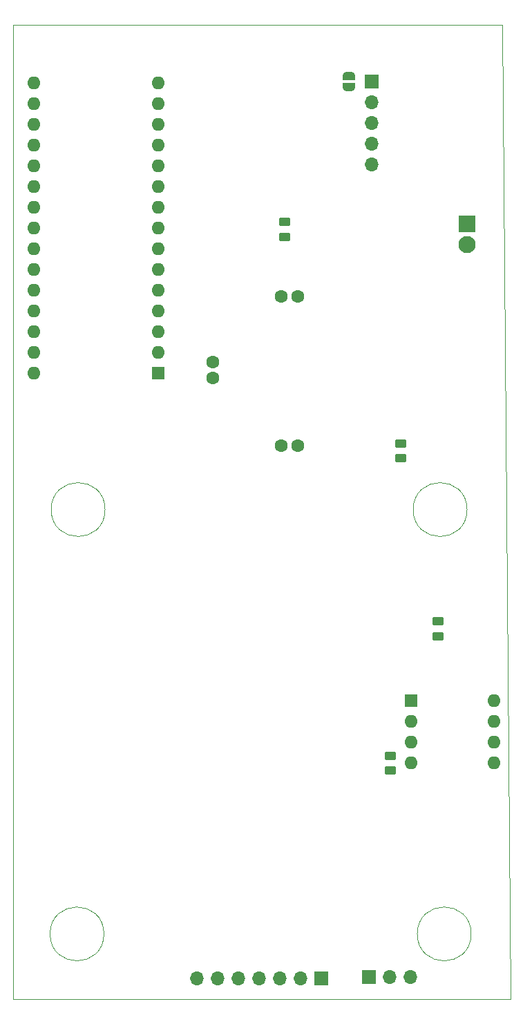
<source format=gbr>
%TF.GenerationSoftware,KiCad,Pcbnew,(6.0.11)*%
%TF.CreationDate,2023-06-04T20:58:32-05:00*%
%TF.ProjectId,Payload-Hard,5061796c-6f61-4642-9d48-6172642e6b69,V1*%
%TF.SameCoordinates,Original*%
%TF.FileFunction,Soldermask,Bot*%
%TF.FilePolarity,Negative*%
%FSLAX46Y46*%
G04 Gerber Fmt 4.6, Leading zero omitted, Abs format (unit mm)*
G04 Created by KiCad (PCBNEW (6.0.11)) date 2023-06-04 20:58:32*
%MOMM*%
%LPD*%
G01*
G04 APERTURE LIST*
G04 Aperture macros list*
%AMRoundRect*
0 Rectangle with rounded corners*
0 $1 Rounding radius*
0 $2 $3 $4 $5 $6 $7 $8 $9 X,Y pos of 4 corners*
0 Add a 4 corners polygon primitive as box body*
4,1,4,$2,$3,$4,$5,$6,$7,$8,$9,$2,$3,0*
0 Add four circle primitives for the rounded corners*
1,1,$1+$1,$2,$3*
1,1,$1+$1,$4,$5*
1,1,$1+$1,$6,$7*
1,1,$1+$1,$8,$9*
0 Add four rect primitives between the rounded corners*
20,1,$1+$1,$2,$3,$4,$5,0*
20,1,$1+$1,$4,$5,$6,$7,0*
20,1,$1+$1,$6,$7,$8,$9,0*
20,1,$1+$1,$8,$9,$2,$3,0*%
%AMFreePoly0*
4,1,22,0.500000,-0.750000,0.000000,-0.750000,0.000000,-0.745033,-0.079941,-0.743568,-0.215256,-0.701293,-0.333266,-0.622738,-0.424486,-0.514219,-0.481581,-0.384460,-0.499164,-0.250000,-0.500000,-0.250000,-0.500000,0.250000,-0.499164,0.250000,-0.499963,0.256109,-0.478152,0.396186,-0.417904,0.524511,-0.324060,0.630769,-0.204165,0.706417,-0.067858,0.745374,0.000000,0.744959,0.000000,0.750000,
0.500000,0.750000,0.500000,-0.750000,0.500000,-0.750000,$1*%
%AMFreePoly1*
4,1,20,0.000000,0.744959,0.073905,0.744508,0.209726,0.703889,0.328688,0.626782,0.421226,0.519385,0.479903,0.390333,0.500000,0.250000,0.500000,-0.250000,0.499851,-0.262216,0.476331,-0.402017,0.414519,-0.529596,0.319384,-0.634700,0.198574,-0.708877,0.061801,-0.746166,0.000000,-0.745033,0.000000,-0.750000,-0.500000,-0.750000,-0.500000,0.750000,0.000000,0.750000,0.000000,0.744959,
0.000000,0.744959,$1*%
G04 Aperture macros list end*
%TA.AperFunction,Profile*%
%ADD10C,0.100000*%
%TD*%
%ADD11C,1.600000*%
%ADD12R,1.700000X1.700000*%
%ADD13O,1.700000X1.700000*%
%ADD14R,1.600000X1.600000*%
%ADD15O,1.600000X1.600000*%
%ADD16R,2.100000X2.100000*%
%ADD17C,2.100000*%
%ADD18RoundRect,0.250000X0.450000X-0.262500X0.450000X0.262500X-0.450000X0.262500X-0.450000X-0.262500X0*%
%ADD19FreePoly0,270.000000*%
%ADD20FreePoly1,270.000000*%
%ADD21RoundRect,0.250000X-0.450000X0.262500X-0.450000X-0.262500X0.450000X-0.262500X0.450000X0.262500X0*%
G04 APERTURE END LIST*
D10*
X159800000Y-94940000D02*
G75*
G03*
X159800000Y-94940000I-3300000J0D01*
G01*
X164140000Y-35560000D02*
X165100000Y-154940000D01*
X115440000Y-94940000D02*
G75*
G03*
X115440000Y-94940000I-3300000J0D01*
G01*
X165100000Y-154940000D02*
X104140000Y-154940000D01*
X116840001Y-114300000D02*
G75*
G03*
X116840001Y-114300000I-1J0D01*
G01*
X104140000Y-154940000D02*
X104140000Y-35560000D01*
X104140000Y-35560000D02*
X164140000Y-35560000D01*
X160300000Y-146940000D02*
G75*
G03*
X160300000Y-146940000I-3300000J0D01*
G01*
X115300000Y-146940000D02*
G75*
G03*
X115300000Y-146940000I-3300000J0D01*
G01*
D11*
%TO.C,U102*%
X137015000Y-87130000D03*
X137015000Y-68790000D03*
X139015000Y-68790000D03*
X139015000Y-87130000D03*
X128625000Y-76850000D03*
X128625000Y-78850000D03*
%TD*%
D12*
%TO.C,J105*%
X147800000Y-152200000D03*
D13*
X150340000Y-152200000D03*
X152880000Y-152200000D03*
%TD*%
D14*
%TO.C,A101*%
X121920000Y-78232000D03*
D15*
X121920000Y-75692000D03*
X121920000Y-73152000D03*
X121920000Y-70612000D03*
X121920000Y-68072000D03*
X121920000Y-65532000D03*
X121920000Y-62992000D03*
X121920000Y-60452000D03*
X121920000Y-57912000D03*
X121920000Y-55372000D03*
X121920000Y-52832000D03*
X121920000Y-50292000D03*
X121920000Y-47752000D03*
X121920000Y-45212000D03*
X121920000Y-42672000D03*
X106680000Y-42672000D03*
X106680000Y-45212000D03*
X106680000Y-47752000D03*
X106680000Y-50292000D03*
X106680000Y-52832000D03*
X106680000Y-55372000D03*
X106680000Y-57912000D03*
X106680000Y-60452000D03*
X106680000Y-62992000D03*
X106680000Y-65532000D03*
X106680000Y-68072000D03*
X106680000Y-70612000D03*
X106680000Y-73152000D03*
X106680000Y-75692000D03*
X106680000Y-78232000D03*
%TD*%
D12*
%TO.C,J103*%
X141935000Y-152400000D03*
D13*
X139395000Y-152400000D03*
X136855000Y-152400000D03*
X134315000Y-152400000D03*
X131775000Y-152400000D03*
X129235000Y-152400000D03*
X126695000Y-152400000D03*
%TD*%
D12*
%TO.C,J102*%
X148100000Y-42525000D03*
D13*
X148100000Y-45065000D03*
X148100000Y-47605000D03*
X148100000Y-50145000D03*
X148100000Y-52685000D03*
%TD*%
D14*
%TO.C,U101*%
X152908000Y-118364000D03*
D15*
X152908000Y-120904000D03*
X152908000Y-123444000D03*
X152908000Y-125984000D03*
X163068000Y-125984000D03*
X163068000Y-123444000D03*
X163068000Y-120904000D03*
X163068000Y-118364000D03*
%TD*%
D16*
%TO.C,J104*%
X159766000Y-59944000D03*
D17*
X159766000Y-62484000D03*
%TD*%
D18*
%TO.C,R107*%
X156250000Y-110472500D03*
X156250000Y-108647500D03*
%TD*%
%TO.C,R103*%
X137414000Y-61539500D03*
X137414000Y-59714500D03*
%TD*%
D19*
%TO.C,JP102*%
X145300000Y-41850000D03*
D20*
X145300000Y-43150000D03*
%TD*%
D21*
%TO.C,C102*%
X151638000Y-86821000D03*
X151638000Y-88646000D03*
%TD*%
%TO.C,R102*%
X150400000Y-125087500D03*
X150400000Y-126912500D03*
%TD*%
M02*

</source>
